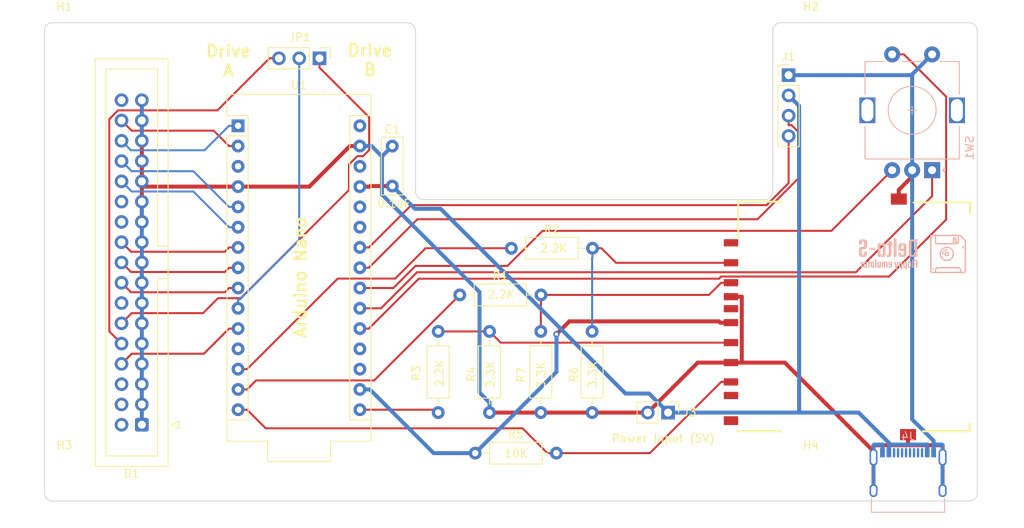
<source format=kicad_pcb>
(kicad_pcb (version 20221018) (generator pcbnew)
  (layers (0 "F.Cu" signal) (31 "B.Cu" signal) (34 "B.Paste" user) (35 "F.Paste" user) (36 "B.SilkS" user "B.Silkscreen") (37 "F.SilkS" user "F.Silkscreen") (38 "B.Mask" user) (39 "F.Mask" user) (44 "Edge.Cuts" user))
  (net 0 "")
  (net 1 "GND")
  (net 5 "Net-(D1-INDEX)")
  (net 6 "Net-(D1-MOTOR_0)")
  (net 7 "Net-(D1-DRIVE_SELECT_1)")
  (net 9 "Net-(D1-MOTOR_1)")
  (net 10 "Net-(D1-DIRECTION)")
  (net 11 "Net-(D1-STEP)")
  (net 14 "Net-(D1-TRACK)")
  (net 15 "Net-(D1-WRITE_PROTECT)")
  (net 16 "Net-(D1-READ_DATA)")
  (net 17 "Net-(D1-HEAD_SELECT)")
  (net 19 "Net-(J1-CD{slash}DAT3)")
  (net 20 "Net-(J1-CMD)")
  (net 21 "Net-(J1-CLK)")
  (net 22 "MISO")
  (net 23 "/5V")
  (net 24 "Net-(J2-Pin_3)")
  (net 25 "Net-(J2-Pin_4)")
  (net 26 "Net-(U1-A2{slash}D16)")
  (net 27 "Net-(U1-A3{slash}D17)")
  (net 28 "Net-(U1-A1{slash}D15)")
  (net 30 "Net-(JP1-C)")
  (net 32 "SS")
  (net 33 "MOSI")
  (net 34 "SCK")
  (net 41 "/3.3V")
  (footprint "Resistor_THT:R_Axial_DIN0207_L6.3mm_D2.5mm_P10.16mm_Horizontal" (layer "F.Cu") (at 171.8056 140.208 -90)
    (fp_text reference "R6" (at 5.392001 2.3056 -90) (layer "F.SilkS"))
    (fp_text value "3.3K" (at 5.392 -0.0944 -90) (layer "F.SilkS"))
    (pad "1" thru_hole circle (at 0 0 270) (size 1.6 1.6) (drill 0.8) (layers "*.Cu" "*.Mask") (net 19 "Net-(J1-CD{slash}DAT3)"))
    (pad "2" thru_hole oval (at 10.16 0 270) (size 1.6 1.6) (drill 0.8) (layers "*.Cu" "*.Mask") (net 1 "GND"))
  )
  (footprint "MountingHole:MountingHole_3.5mm" (layer "F.Cu") (at 105.7764 104.0492)
    (fp_text reference "H1" (at 0 -4.5) (layer "F.SilkS"))
    (fp_text value "MountingHole_3.5mm")
    (pad "" np_thru_hole circle (at 0 0) (size 3.5 3.5) (drill 3.5) (layers "*.Cu" "*.Mask"))
  )
  (footprint "MountingHole:MountingHole_3.5mm" (layer "F.Cu") (at 199.176 158.9424)
    (fp_text reference "H4" (at 0 -4.5) (layer "F.SilkS"))
    (fp_text value "MountingHole_3.5mm")
    (pad "" np_thru_hole circle (at 0 0) (size 3.5 3.5) (drill 3.5) (layers "*.Cu" "*.Mask"))
  )
  (footprint "Connector_PinHeader_2.54mm:PinHeader_1x04_P2.54mm_Vertical" (layer "F.Cu") (at 196.3928 108.1124)
    (fp_text reference "J1" (at 0 -2.33) (layer "F.SilkS"))
    (fp_text value "SCREEN OUTPUT")
    (pad "1" thru_hole rect (at 0 0) (size 1.7 1.7) (drill 1) (layers "*.Cu" "*.Mask") (net 1 "GND"))
    (pad "2" thru_hole oval (at 0 2.54) (size 1.7 1.7) (drill 1) (layers "*.Cu" "*.Mask") (net 23 "/5V"))
    (pad "3" thru_hole oval (at 0 5.08) (size 1.7 1.7) (drill 1) (layers "*.Cu" "*.Mask") (net 24 "Net-(J2-Pin_3)"))
    (pad "4" thru_hole oval (at 0 7.62) (size 1.7 1.7) (drill 1) (layers "*.Cu" "*.Mask") (net 25 "Net-(J2-Pin_4)"))
  )
  (footprint "Resistor_THT:R_Axial_DIN0207_L6.3mm_D2.5mm_P10.16mm_Horizontal" (layer "F.Cu") (at 155.2448 135.636)
    (fp_text reference "R1" (at 5.08 -2.37) (layer "F.SilkS"))
    (fp_text value "2.2K" (at 5.1552 -0.036) (layer "F.SilkS"))
    (pad "1" thru_hole circle (at 0 0) (size 1.6 1.6) (drill 0.8) (layers "*.Cu" "*.Mask") (net 33 "MOSI"))
    (pad "2" thru_hole oval (at 10.16 0) (size 1.6 1.6) (drill 0.8) (layers "*.Cu" "*.Mask") (net 20 "Net-(J1-CMD)"))
  )
  (footprint "Resistor_THT:R_Axial_DIN0207_L6.3mm_D2.5mm_P10.16mm_Horizontal" (layer "F.Cu") (at 152.5524 150.368 90)
    (fp_text reference "R3" (at 4.920399 -2.7524 90) (layer "F.SilkS"))
    (fp_text value "2.2K" (at 4.9204 0.1476 90) (layer "F.SilkS"))
    (pad "1" thru_hole circle (at 0 0 90) (size 1.6 1.6) (drill 0.8) (layers "*.Cu" "*.Mask") (net 34 "SCK"))
    (pad "2" thru_hole oval (at 10.16 0 90) (size 1.6 1.6) (drill 0.8) (layers "*.Cu" "*.Mask") (net 21 "Net-(J1-CLK)"))
  )
  (footprint "Resistor_THT:R_Axial_DIN0207_L6.3mm_D2.5mm_P10.16mm_Horizontal" (layer "F.Cu") (at 165.3879 140.208 -90)
    (fp_text reference "R7" (at 5.442801 2.4524 -90) (layer "F.SilkS"))
    (fp_text value "3.3K" (at 5.4428 -0.0476 -90) (layer "F.SilkS"))
    (pad "1" thru_hole circle (at 0 0 270) (size 1.6 1.6) (drill 0.8) (layers "*.Cu" "*.Mask") (net 20 "Net-(J1-CMD)"))
    (pad "2" thru_hole oval (at 10.16 0 270) (size 1.6 1.6) (drill 0.8) (layers "*.Cu" "*.Mask") (net 1 "GND"))
  )
  (footprint "MountingHole:MountingHole_3.5mm" (layer "F.Cu") (at 199.176 104.0492)
    (fp_text reference "H2" (at 0 -4.5) (layer "F.SilkS"))
    (fp_text value "MountingHole_3.5mm")
    (pad "" np_thru_hole circle (at 0 0) (size 3.5 3.5) (drill 3.5) (layers "*.Cu" "*.Mask"))
  )
  (footprint "Resistor_THT:R_Axial_DIN0207_L6.3mm_D2.5mm_P10.16mm_Horizontal" (layer "F.Cu") (at 158.9701 140.208 -90)
    (fp_text reference "R4" (at 5.341201 2.2976 -90) (layer "F.SilkS"))
    (fp_text value "3.3K" (at 5.3412 -0.1024 -90) (layer "F.SilkS"))
    (pad "1" thru_hole circle (at 0 0 270) (size 1.6 1.6) (drill 0.8) (layers "*.Cu" "*.Mask") (net 21 "Net-(J1-CLK)"))
    (pad "2" thru_hole oval (at 10.16 0 270) (size 1.6 1.6) (drill 0.8) (layers "*.Cu" "*.Mask") (net 1 "GND"))
  )
  (footprint "MountingHole:MountingHole_3.5mm" (layer "F.Cu") (at 105.7764 158.9424)
    (fp_text reference "H3" (at 0 -4.5) (layer "F.SilkS"))
    (fp_text value "MountingHole_3.5mm")
    (pad "" np_thru_hole circle (at 0 0) (size 3.5 3.5) (drill 3.5) (layers "*.Cu" "*.Mask"))
  )
  (footprint "delta_flop_pre:SDCARD_4UCONN" (layer "F.Cu") (at 190.1791 138.3792)
    (fp_text reference "J2" (at 0.54 -12.94) (layer "F.SilkS") (effects (font (size 0.376489 0.376489) (thickness 0.029911)) (justify left)))
    (fp_text value "SD_Card")
    (pad "" np_thru_hole circle (at 23.3 -11.94) (size 1.55 1.55) (drill 1.55) (layers "*.Cu" "*.Mask"))
    (pad "" np_thru_hole circle (at 23.3 12.32) (size 1.55 1.55) (drill 1.55) (layers "*.Cu" "*.Mask"))
    (pad "1" smd rect (at -1 -6.77) (size 1.8 0.9) (layers "F.Cu" "F.Paste" "F.Mask") (net 19 "Net-(J1-CD{slash}DAT3)"))
    (pad "2" smd rect (at -1 -4.27) (size 1.8 0.9) (layers "F.Cu" "F.Paste" "F.Mask") (net 20 "Net-(J1-CMD)"))
    (pad "3" smd rect (at -1 -2.52) (size 1.8 0.9) (layers "F.Cu" "F.Paste" "F.Mask") (net 1 "GND"))
    (pad "4" smd rect (at -1 0.73) (size 1.8 0.9) (layers "F.Cu" "F.Paste" "F.Mask") (net 41 "/3.3V"))
    (pad "5" smd rect (at -1 3.23) (size 1.8 0.9) (layers "F.Cu" "F.Paste" "F.Mask") (net 21 "Net-(J1-CLK)"))
    (pad "6" smd rect (at -1 5.73) (size 1.8 0.9) (layers "F.Cu" "F.Paste" "F.Mask") (net 1 "GND"))
    (pad "7" smd rect (at -1 8.15) (size 1.8 0.9) (layers "F.Cu" "F.Paste" "F.Mask") (net 22 "MISO"))
    (pad "8" smd rect (at -1 9.85) (size 1.8 0.9) (layers "F.Cu" "F.Paste" "F.Mask"))
    (pad "9" smd rect (at -1 -9.27) (size 1.8 0.9) (layers "F.Cu" "F.Paste" "F.Mask"))
    (pad "10" smd rect (at -1 -1.02) (size 1.8 0.9) (layers "F.Cu" "F.Paste" "F.Mask"))
    (pad "11" smd rect (at -1 13) (size 1.8 1.1) (layers "F.Cu" "F.Paste" "F.Mask"))
    (pad "12" smd rect (at 20 -14.75) (size 2 1.4) (layers "F.Cu" "F.Paste" "F.Mask") (net 1 "GND"))
    (pad "13" smd rect (at 21.15 14.75) (size 2 1.4) (layers "F.Cu" "F.Paste" "F.Mask") (net 1 "GND"))
  )
  (footprint "delta_flop_pre:Arduino_Nano" (layer "F.Cu") (at 127.508 114.4524)
    (fp_text reference "U1" (at 7.62 -5.08) (layer "F.SilkS"))
    (fp_text value "Arduino_Nano")
    (pad "1" thru_hole rect (at 0 0) (size 1.6 1.6) (drill 0.8) (layers "*.Cu" "*.Mask") (net 16 "Net-(D1-READ_DATA)"))
    (pad "2" thru_hole oval (at 0 2.54) (size 1.6 1.6) (drill 0.8) (layers "*.Cu" "*.Mask") (net 17 "Net-(D1-HEAD_SELECT)"))
    (pad "3" thru_hole oval (at 0 5.08) (size 1.6 1.6) (drill 0.8) (layers "*.Cu" "*.Mask"))
    (pad "4" thru_hole oval (at 0 7.62) (size 1.6 1.6) (drill 0.8) (layers "*.Cu" "*.Mask") (net 1 "GND"))
    (pad "5" thru_hole oval (at 0 10.16) (size 1.6 1.6) (drill 0.8) (layers "*.Cu" "*.Mask") (net 15 "Net-(D1-WRITE_PROTECT)"))
    (pad "6" thru_hole oval (at 0 12.7) (size 1.6 1.6) (drill 0.8) (layers "*.Cu" "*.Mask") (net 14 "Net-(D1-TRACK)"))
    (pad "7" thru_hole oval (at 0 15.24) (size 1.6 1.6) (drill 0.8) (layers "*.Cu" "*.Mask") (net 11 "Net-(D1-STEP)"))
    (pad "8" thru_hole oval (at 0 17.78) (size 1.6 1.6) (drill 0.8) (layers "*.Cu" "*.Mask") (net 10 "Net-(D1-DIRECTION)"))
    (pad "9" thru_hole oval (at 0 20.32) (size 1.6 1.6) (drill 0.8) (layers "*.Cu" "*.Mask") (net 9 "Net-(D1-MOTOR_1)"))
    (pad "10" thru_hole oval (at 0 22.86) (size 1.6 1.6) (drill 0.8) (layers "*.Cu" "*.Mask") (net 30 "Net-(JP1-C)"))
    (pad "11" thru_hole oval (at 0 25.4) (size 1.6 1.6) (drill 0.8) (layers "*.Cu" "*.Mask") (net 5 "Net-(D1-INDEX)"))
    (pad "12" thru_hole oval (at 0 27.94) (size 1.6 1.6) (drill 0.8) (layers "*.Cu" "*.Mask"))
    (pad "13" thru_hole oval (at 0 30.48) (size 1.6 1.6) (drill 0.8) (layers "*.Cu" "*.Mask") (net 32 "SS"))
    (pad "14" thru_hole oval (at 0 33.02) (size 1.6 1.6) (drill 0.8) (layers "*.Cu" "*.Mask") (net 33 "MOSI"))
    (pad "15" thru_hole oval (at 0 35.56) (size 1.6 1.6) (drill 0.8) (layers "*.Cu" "*.Mask") (net 22 "MISO"))
    (pad "16" thru_hole oval (at 15.24 35.56) (size 1.6 1.6) (drill 0.8) (layers "*.Cu" "*.Mask") (net 34 "SCK"))
    (pad "17" thru_hole oval (at 15.24 33.02) (size 1.6 1.6) (drill 0.8) (layers "*.Cu" "*.Mask") (net 41 "/3.3V"))
    (pad "18" thru_hole oval (at 15.24 30.48) (size 1.6 1.6) (drill 0.8) (layers "*.Cu" "*.Mask"))
    (pad "19" thru_hole oval (at 15.24 27.94) (size 1.6 1.6) (drill 0.8) (layers "*.Cu" "*.Mask"))
    (pad "20" thru_hole oval (at 15.24 25.4) (size 1.6 1.6) (drill 0.8) (layers "*.Cu" "*.Mask") (net 28 "Net-(U1-A1{slash}D15)"))
    (pad "21" thru_hole oval (at 15.24 22.86) (size 1.6 1.6) (drill 0.8) (layers "*.Cu" "*.Mask") (net 26 "Net-(U1-A2{slash}D16)"))
    (pad "22" thru_hole oval (at 15.24 20.32) (size 1.6 1.6) (drill 0.8) (layers "*.Cu" "*.Mask") (net 27 "Net-(U1-A3{slash}D17)"))
    (pad "23" thru_hole oval (at 15.24 17.78) (size 1.6 1.6) (drill 0.8) (layers "*.Cu" "*.Mask") (net 24 "Net-(J2-Pin_3)"))
    (pad "24" thru_hole oval (at 15.24 15.24) (size 1.6 1.6) (drill 0.8) (layers "*.Cu" "*.Mask") (net 25 "Net-(J2-Pin_4)"))
    (pad "25" thru_hole oval (at 15.24 12.7) (size 1.6 1.6) (drill 0.8) (layers "*.Cu" "*.Mask"))
    (pad "26" thru_hole oval (at 15.24 10.16) (size 1.6 1.6) (drill 0.8) (layers "*.Cu" "*.Mask"))
    (pad "27" thru_hole oval (at 15.24 7.62) (size 1.6 1.6) (drill 0.8) (layers "*.Cu" "*.Mask") (net 23 "/5V"))
    (pad "28" thru_hole oval (at 15.24 5.08) (size 1.6 1.6) (drill 0.8) (layers "*.Cu" "*.Mask"))
    (pad "29" thru_hole oval (at 15.24 2.54) (size 1.6 1.6) (drill 0.8) (layers "*.Cu" "*.Mask") (net 1 "GND"))
    (pad "30" thru_hole oval (at 15.24 0) (size 1.6 1.6) (drill 0.8) (layers "*.Cu" "*.Mask"))
  )
  (footprint "Resistor_THT:R_Axial_DIN0207_L6.3mm_D2.5mm_P10.16mm_Horizontal" (layer "F.Cu") (at 157.1752 155.448)
    (fp_text reference "R5" (at 5.08 -2.37) (layer "F.SilkS"))
    (fp_text value "10K" (at 5.1248 0.052) (layer "F.SilkS"))
    (pad "1" thru_hole circle (at 0 0) (size 1.6 1.6) (drill 0.8) (layers "*.Cu" "*.Mask") (net 41 "/3.3V"))
    (pad "2" thru_hole oval (at 10.16 0) (size 1.6 1.6) (drill 0.8) (layers "*.Cu" "*.Mask") (net 22 "MISO"))
  )
  (footprint "Capacitor_THT:C_Disc_D7.0mm_W2.5mm_P5.00mm" (layer "F.Cu") (at 146.8 122 90)
    (fp_text reference "C1" (at 7.1 0 180) (layer "F.SilkS"))
    (fp_text value "0.1uF" (at -2.2 0.2 180) (layer "F.SilkS"))
    (pad "1" thru_hole circle (at 0 0 90) (size 1.6 1.6) (drill 0.8) (layers "*.Cu" "*.Mask") (net 23 "/5V"))
    (pad "2" thru_hole circle (at 5 0 90) (size 1.6 1.6) (drill 0.8) (layers "*.Cu" "*.Mask") (net 1 "GND"))
  )
  (footprint "Connector_PinHeader_2.54mm:PinHeader_1x02_P2.54mm_Vertical" (layer "F.Cu") (at 181.3102 150.368 -90)
    (fp_text reference "J3" (at 0 -2.6924 -180) (layer "F.SilkS"))
    (fp_text value "Power Input (5V)" (at 3.232 0.6102 180) (layer "F.SilkS"))
    (pad "1" thru_hole rect (at 0 0 270) (size 1.7 1.7) (drill 1) (layers "*.Cu" "*.Mask") (net 23 "/5V"))
    (pad "2" thru_hole oval (at 0 2.54 270) (size 1.7 1.7) (drill 1) (layers "*.Cu" "*.Mask") (net 1 "GND"))
  )
  (footprint "Connector_PinHeader_2.54mm:PinHeader_1x03_P2.54mm_Vertical" (layer "F.Cu") (at 137.7 106 -90)
    (fp_text reference "JP1" (at -2.636 2.4752) (layer "F.SilkS"))
    (fp_text value "Jumper_3_Open")
    (pad "1" thru_hole rect (at 0 0 270) (size 1.7 1.7) (drill 1) (layers "*.Cu" "*.Mask") (net 7 "Net-(D1-DRIVE_SELECT_1)"))
    (pad "2" thru_hole oval (at 0 2.54 270) (size 1.7 1.7) (drill 1) (layers "*.Cu" "*.Mask") (net 30 "Net-(JP1-C)"))
    (pad "3" thru_hole oval (at 0 5.08 270) (size 1.7 1.7) (drill 1) (layers "*.Cu" "*.Mask") (net 6 "Net-(D1-MOTOR_0)"))
  )
  (footprint "Connector_IDC:IDC-Header_2x17_P2.54mm_Vertical" (layer "F.Cu") (at 115.4684 151.892 180)
    (fp_text reference "D1" (at 1.27 -6.1) (layer "F.SilkS"))
    (fp_text value "Floppy Connector")
    (pad "1" thru_hole roundrect (at 0 0 180) (size 1.7 1.7) (drill 1) (layers "*.Cu" "*.Mask") (roundrect_rratio 0.147059) (net 1 "GND"))
    (pad "2" thru_hole circle (at 2.54 0 180) (size 1.7 1.7) (drill 1) (layers "*.Cu" "*.Mask"))
    (pad "3" thru_hole circle (at 0 2.54 180) (size 1.7 1.7) (drill 1) (layers "*.Cu" "*.Mask") (net 1 "GND"))
    (pad "4" thru_hole circle (at 2.54 2.54 180) (size 1.7 1.7) (drill 1) (layers "*.Cu" "*.Mask"))
    (pad "5" thru_hole circle (at 0 5.08 180) (size 1.7 1.7) (drill 1) (layers "*.Cu" "*.Mask") (net 1 "GND"))
    (pad "6" thru_hole circle (at 2.54 5.08 180) (size 1.7 1.7) (drill 1) (layers "*.Cu" "*.Mask"))
    (pad "7" thru_hole circle (at 0 7.62 180) (size 1.7 1.7) (drill 1) (layers "*.Cu" "*.Mask") (net 1 "GND"))
    (pad "8" thru_hole circle (at 2.54 7.62 180) (size 1.7 1.7) (drill 1) (layers "*.Cu" "*.Mask") (net 5 "Net-(D1-INDEX)"))
    (pad "9" thru_hole circle (at 0 10.16 180) (size 1.7 1.7) (drill 1) (layers "*.Cu" "*.Mask") (net 1 "GND"))
    (pad "10" thru_hole circle (at 2.54 10.16 180) (size 1.7 1.7) (drill 1) (layers "*.Cu" "*.Mask") (net 6 "Net-(D1-MOTOR_0)"))
    (pad "11" thru_hole circle (at 0 12.7 180) (size 1.7 1.7) (drill 1) (layers "*.Cu" "*.Mask") (net 1 "GND"))
    (pad "12" thru_hole circle (at 2.54 12.7 180) (size 1.7 1.7) (drill 1) (layers "*.Cu" "*.Mask") (net 7 "Net-(D1-DRIVE_SELECT_1)"))
    (pad "13" thru_hole circle (at 0 15.24 180) (size 1.7 1.7) (drill 1) (layers "*.Cu" "*.Mask") (net 1 "GND"))
    (pad "14" thru_hole circle (at 2.54 15.24 180) (size 1.7 1.7) (drill 1) (layers "*.Cu" "*.Mask"))
    (pad "15" thru_hole circle (at 0 17.78 180) (size 1.7 1.7) (drill 1) (layers "*.Cu" "*.Mask") (net 1 "GND"))
    (pad "16" thru_hole circle (at 2.54 17.78 180) (size 1.7 1.7) (drill 1) (layers "*.Cu" "*.Mask") (net 9 "Net-(D1-MOTOR_1)"))
    (pad "17" thru_hole circle (at 0 20.32 180) (size 1.7 1.7) (drill 1) (layers "*.Cu" "*.Mask") (net 1 "GND"))
    (pad "18" thru_hole circle (at 2.54 20.32 180) (size 1.7 1.7) (drill 1) (layers "*.Cu" "*.Mask") (net 10 "Net-(D1-DIRECTION)"))
    (pad "19" thru_hole circle (at 0 22.86 180) (size 1.7 1.7) (drill 1) (layers "*.Cu" "*.Mask") (net 1 "GND"))
    (pad "20" thru_hole circle (at 2.54 22.86 180) (size 1.7 1.7) (drill 1) (layers "*.Cu" "*.Mask") (net 11 "Net-(D1-STEP)"))
    (pad "21" thru_hole circle (at 0 25.4 180) (size 1.7 1.7) (drill 1) (layers "*.Cu" "*.Mask") (net 1 "GND"))
    (pad "22" thru_hole circle (at 2.54 25.4 180) (size 1.7 1.7) (drill 1) (layers "*.Cu" "*.Mask"))
    (pad "23" thru_hole circle (at 0 27.94 180) (size 1.7 1.7) (drill 1) (layers "*.Cu" "*.Mask") (net 1 "GND"))
    (pad "24" thru_hole circle (at 2.54 27.94 180) (size 1.7 1.7) (drill 1) (layers "*.Cu" "*.Mask"))
    (pad "25" thru_hole circle (at 0 30.48 180) (size 1.7 1.7) (drill 1) (layers "*.Cu" "*.Mask") (net 1 "GND"))
    (pad "26" thru_hole circle (at 2.54 30.48 180) (size 1.7 1.7) (drill 1) (layers "*.Cu" "*.Mask") (net 14 "Net-(D1-TRACK)"))
    (pad "27" thru_hole circle (at 0 33.02 180) (size 1.7 1.7) (drill 1) (layers "*.Cu" "*.Mask") (net 1 "GND"))
    (pad "28" thru_hole circle (at 2.54 33.02 180) (size 1.7 1.7) (drill 1) (layers "*.Cu" "*.Mask") (net 15 "Net-(D1-WRITE_PROTECT)"))
    (pad "29" thru_hole circle (at 0 35.56 180) (size 1.7 1.7) (drill 1) (layers "*.Cu" "*.Mask") (net 1 "GND"))
    (pad "30" thru_hole circle (at 2.54 35.56 180) (size 1.7 1.7) (drill 1) (layers "*.Cu" "*.Mask") (net 16 "Net-(D1-READ_DATA)"))
    (pad "31" thru_hole circle (at 0 38.1 180) (size 1.7 1.7) (drill 1) (layers "*.Cu" "*.Mask") (net 1 "GND"))
    (pad "32" thru_hole circle (at 2.54 38.1 180) (size 1.7 1.7) (drill 1) (layers "*.Cu" "*.Mask") (net 17 "Net-(D1-HEAD_SELECT)"))
    (pad "33" thru_hole circle (at 0 40.64 180) (size 1.7 1.7) (drill 1) (layers "*.Cu" "*.Mask") (net 1 "GND"))
    (pad "34" thru_hole circle (at 2.54 40.64 180) (size 1.7 1.7) (drill 1) (layers "*.Cu" "*.Mask"))
  )
  (footprint "Resistor_THT:R_Axial_DIN0207_L6.3mm_D2.5mm_P10.16mm_Horizontal" (layer "F.Cu") (at 161.6964 129.794)
    (fp_text reference "R2" (at 5.08 -2.37) (layer "F.SilkS"))
    (fp_text value "2.2K" (at 5.3036 0.006) (layer "F.SilkS"))
    (pad "1" thru_hole circle (at 0 0) (size 1.6 1.6) (drill 0.8) (layers "*.Cu" "*.Mask") (net 32 "SS"))
    (pad "2" thru_hole oval (at 10.16 0) (size 1.6 1.6) (drill 0.8) (layers "*.Cu" "*.Mask") (net 19 "Net-(J1-CD{slash}DAT3)"))
  )
  (footprint "Rotary_Encoder:RotaryEncoder_Alps_EC11E-Switch_Vertical_H20mm" (layer "B.Cu") (at 214.3468 120.0116 90)
    (fp_text reference "SW1" (at 2.8 4.7 90) (layer "B.SilkS") (effects (justify mirror)))
    (fp_text value "RotaryEncoder_Switch")
    (pad "A" thru_hole rect (at 0 0 90) (size 2 2) (drill 1) (layers "*.Cu" "*.Mask") (net 26 "Net-(U1-A2{slash}D16)"))
    (pad "B" thru_hole circle (at 0 -5 90) (size 2 2) (drill 1) (layers "*.Cu" "*.Mask") (net 27 "Net-(U1-A3{slash}D17)"))
    (pad "C" thru_hole circle (at 0 -2.5 90) (size 2 2) (drill 1) (layers "*.Cu" "*.Mask") (net 1 "GND"))
    (pad "MP" thru_hole rect (at 7.5 -8.1 90) (size 3.2 2) (drill oval 2.8 1.5) (layers "*.Cu" "*.Mask"))
    (pad "MP" thru_hole rect (at 7.5 3.1 90) (size 3.2 2) (drill oval 2.8 1.5) (layers "*.Cu" "*.Mask"))
    (pad "S1" thru_hole circle (at 14.5 -5 90) (size 2 2) (drill 1) (layers "*.Cu" "*.Mask") (net 28 "Net-(U1-A1{slash}D15)"))
    (pad "S2" thru_hole circle (at 14.5 0 90) (size 2 2) (drill 1) (layers "*.Cu" "*.Mask") (net 1 "GND"))
  )
  (footprint "delta_flop_pre:USB_C_Receptacle_XKB_U262-16XN-4BVC11" (layer "B.Cu") (at 211.3336 159.069 180)
    (fp_text reference "J4" (at 0 5.715) (layer "B.SilkS") (effects (justify mirror)))
    (fp_text value "USB_C_Receptacle_PowerOnly_6P")
    (pad "" np_thru_hole circle (at -2.89 2.605 180) (size 0.65 0.65) (drill 0.65) (layers "*.Cu" "*.Mask"))
    (pad "" np_thru_hole circle (at 2.89 2.605 180) (size 0.65 0.65) (drill 0.65) (layers "*.Cu" "*.Mask"))
    (pad "A5" smd rect (at -1.25 3.67 180) (size 0.3 1.15) (layers "B.Cu" "B.Paste" "B.Mask"))
    (pad "A6" smd rect (at -0.25 3.67 180) (size 0.3 1.15) (layers "B.Cu" "B.Paste" "B.Mask"))
    (pad "A7" smd rect (at 0.25 3.67 180) (size 0.3 1.15) (layers "B.Cu" "B.Paste" "B.Mask"))
    (pad "A8" smd rect (at 1.25 3.67 180) (size 0.3 1.15) (layers "B.Cu" "B.Paste" "B.Mask"))
    (pad "A9" smd rect (at 2.4 3.67 180) (size 0.6 1.15) (layers "B.Cu" "B.Paste" "B.Mask") (net 23 "/5V"))
    (pad "A12" smd rect (at 3.2 3.67 180) (size 0.6 1.15) (layers "B.Cu" "B.Paste" "B.Mask") (net 1 "GND"))
    (pad "B5" smd rect (at 1.75 3.67 180) (size 0.3 1.15) (layers "B.Cu" "B.Paste" "B.Mask"))
    (pad "B6" smd rect (at 0.75 3.67 180) (size 0.3 1.15) (layers "B.Cu" "B.Paste" "B.Mask"))
    (pad "B7" smd rect (at -0.75 3.67 180) (size 0.3 1.15) (layers "B.Cu" "B.Paste" "B.Mask"))
    (pad "B8" smd rect (at -1.75 3.67 180) (size 0.3 1.15) (layers "B.Cu" "B.Paste" "B.Mask"))
    (pad "B9" smd rect (at -2.4 3.67 180) (size 0.6 1.15) (layers "B.Cu" "B.Paste" "B.Mask") (net 23 "/5V"))
    (pad "B12" smd rect (at -3.2 3.67 180) (size 0.6 1.15) (layers "B.Cu" "B.Paste" "B.Mask") (net 1 "GND"))
    (pad "S1" thru_hole oval (at -4.32 -1.075 180) (size 1 1.6) (drill oval 0.6 1.2) (layers "*.Cu" "*.Mask") (net 1 "GND"))
    (pad "S1" thru_hole oval (at -4.32 3.105 180) (size 1 2.1) (drill oval 0.6 1.7) (layers "*.Cu" "*.Mask") (net 1 "GND"))
    (pad "S1" thru_hole oval (at 4.32 -1.075 180) (size 1 1.6) (drill oval 0.6 1.2) (layers "*.Cu" "*.Mask") (net 1 "GND"))
    (pad "S1" thru_hole oval (at 4.32 3.105 180) (size 1 2.1) (drill oval 0.6 1.7) (layers "*.Cu" "*.Mask") (net 1 "GND"))
  )
  (footprint "delta_flop_pre:logo2" (layer "B.Cu") (at 211.569056 130.5 180)
    (fp_text reference "G***")
    (fp_text value "LOGO" hide)
  )
  (gr_arc (start 103.2764 102.5492) (mid 103.569293 101.842093) (end 104.2764 101.5492) (stroke (width 0.1)) (layer "Edge.Cuts"))
  (gr_arc (start 148.7076 101.5492) (mid 149.414707 101.842093) (end 149.7076 102.5492) (stroke (width 0.1)) (layer "Edge.Cuts"))
  (gr_arc (start 104.2764 161.4424) (mid 103.569293 161.149507) (end 103.2764 160.4424) (stroke (width 0.1)) (layer "Edge.Cuts"))
  (gr_line (start 194.4116 122.698) (end 194.4116 102.5492) (stroke (width 0.1)) (layer "Edge.Cuts"))
  (gr_arc (start 219 101.5492) (mid 219.707107 101.842093) (end 220 102.5492) (stroke (width 0.1)) (layer "Edge.Cuts"))
  (gr_line (start 220 102.5492) (end 220 160.4424) (stroke (width 0.1)) (layer "Edge.Cuts"))
  (gr_arc (start 194.4116 102.5492) (mid 194.704493 101.842093) (end 195.4116 101.5492) (stroke (width 0.1)) (layer "Edge.Cuts"))
  (gr_line (start 103.2764 160.4424) (end 103.2764 102.5492) (stroke (width 0.1)) (layer "Edge.Cuts"))
  (gr_line (start 195.4116 101.5492) (end 219 101.5492) (stroke (width 0.1)) (layer "Edge.Cuts"))
  (gr_arc (start 194.4116 122.698) (mid 194.118707 123.405107) (end 193.4116 123.698) (stroke (width 0.1)) (layer "Edge.Cuts"))
  (gr_arc (start 220 160.4424) (mid 219.707107 161.149507) (end 219 161.4424) (stroke (width 0.1)) (layer "Edge.Cuts"))
  (gr_arc (start 150.7076 123.698) (mid 150.000493 123.405107) (end 149.7076 122.698) (stroke (width 0.1)) (layer "Edge.Cuts"))
  (gr_line (start 219 161.4424) (end 104.2764 161.4424) (stroke (width 0.1)) (layer "Edge.Cuts"))
  (gr_line (start 104.2764 101.5492) (end 148.7076 101.5492) (stroke (width 0.1)) (layer "Edge.Cuts"))
  (gr_line (start 150.7076 123.698) (end 193.4116 123.698) (stroke (width 0.1)) (layer "Edge.Cuts"))
  (gr_line (start 149.7076 102.5492) (end 149.7076 122.698) (stroke (width 0.1)) (layer "Edge.Cuts"))
  (gr_text "Arduino Nano" (at 135.3 133.4 90) (layer "F.SilkS") (effects (font (size 1.5 1.5) (thickness 0.3) bold)))
  (gr_text "Drive\nB" (at 144 108.3) (layer "F.SilkS") (effects (font (size 1.5 1.5) (thickness 0.3) bold) (justify bottom)))
  (gr_text "Drive\nA" (at 126.3 108.4) (layer "F.SilkS") (effects (font (size 1.5 1.5) (thickness 0.3) bold) (justify bottom)))
  (segment (start 171.8056 150.368) (end 173.0575 150.368) (width 0.5) (layer "F.Cu") (net 1))
  (segment (start 165.3879 150.368) (end 171.8056 150.368) (width 0.5) (layer "F.Cu") (net 1))
  (segment (start 136.4161 122.0724) (end 127.508 122.0724) (width 0.5) (layer "F.Cu") (net 1))
  (segment (start 190.531 144.1092) (end 190.531 135.8592) (width 0.5) (layer "F.Cu") (net 1))
  (segment (start 142.748 116.9924) (end 141.4961 116.9924) (width 0.5) (layer "F.Cu") (net 1))
  (segment (start 211.8468 120.8096) (end 210.1791 122.4773) (width 0.5) (layer "F.Cu") (net 1))
  (segment (start 141.4961 116.9924) (end 136.4161 122.0724) (width 0.5) (layer "F.Cu") (net 1))
  (segment (start 115.4684 122.0724) (end 115.4684 123.952) (width 0.5) (layer "F.Cu") (net 1))
  (segment (start 190.531 144.1092) (end 189.1791 144.1092) (width 0.5) (layer "F.Cu") (net 1))
  (segment (start 185.029 144.1092) (end 178.7702 150.368) (width 0.5) (layer "F.Cu") (net 1))
  (segment (start 207.0136 155.213) (end 195.9098 144.1092) (width 0.5) (layer "F.Cu") (net 1))
  (segment (start 178.7702 150.368) (end 173.0575 150.368) (width 0.5) (layer "F.Cu") (net 1))
  (segment (start 189.1791 135.8592) (end 190.531 135.8592) (width 0.5) (layer "F.Cu") (net 1))
  (segment (start 195.9098 144.1092) (end 190.531 144.1092) (width 0.5) (layer "F.Cu") (net 1))
  (segment (start 215.6536 154.4621) (end 211.5101 154.4621) (width 0.5) (layer "F.Cu") (net 1))
  (segment (start 211.8468 120.0116) (end 211.8468 120.8096) (width 0.5) (layer "F.Cu") (net 1))
  (segment (start 165.3879 150.368) (end 158.9701 150.368) (width 0.5) (layer "F.Cu") (net 1))
  (segment (start 211.3291 153.1292) (end 211.3291 154.2811) (width 0.5) (layer "F.Cu") (net 1))
  (segment (start 115.4684 122.0724) (end 126.2561 122.0724) (width 0.5) (layer "F.Cu") (net 1))
  (segment (start 210.1791 123.6292) (end 210.1791 122.4773) (width 0.5) (layer "F.Cu") (net 1))
  (segment (start 207.0136 154.4621) (end 211.1481 154.4621) (width 0.5) (layer "F.Cu") (net 1))
  (segment (start 215.6536 155.964) (end 215.6536 154.4621) (width 0.5) (layer "F.Cu") (net 1))
  (segment (start 189.1791 144.1092) (end 185.029 144.1092) (width 0.5) (layer "F.Cu") (net 1))
  (segment (start 211.5101 154.4621) (end 211.3291 154.2811) (width 0.5) (layer "F.Cu") (net 1))
  (segment (start 115.4684 121.412) (end 115.4684 122.0724) (width 0.5) (layer "F.Cu") (net 1))
  (segment (start 207.0136 155.213) (end 207.0136 154.4621) (width 0.5) (layer "F.Cu") (net 1))
  (segment (start 207.0136 155.964) (end 207.0136 155.213) (width 0.5) (layer "F.Cu") (net 1))
  (segment (start 211.1481 154.4621) (end 211.3291 154.2811) (width 0.5) (layer "F.Cu") (net 1))
  (segment (start 115.4684 116.332) (end 115.4684 118.872) (width 0.5) (layer "F.Cu") (net 1))
  (segment (start 127.508 122.0724) (end 126.2561 122.0724) (width 0.5) (layer "F.Cu") (net 1))
  (segment (start 115.4684 118.872) (end 115.4684 121.412) (width 0.5) (layer "F.Cu") (net 1))
  (segment (start 214.5336 155.399) (end 214.5336 154.3721) (width 0.5) (layer "B.Cu") (net 1))
  (segment (start 211.8468 151.2199) (end 211.8468 120.0116) (width 0.5) (layer "B.Cu") (net 1))
  (segment (start 145.5112 118.2888) (end 146.8 117) (width 0.5) (layer "B.Cu") (net 1))
  (segment (start 211.8468 108.0116) (end 214.3468 105.5116) (width 0.5) (layer "B.Cu") (net 1))
  (segment (start 115.4684 126.492) (end 115.4684 129.032) (width 0.5) (layer "B.Cu") (net 1))
  (segment (start 115.4684 149.352) (end 115.4684 151.892) (width 0.5) (layer "B.Cu") (net 1))
  (segment (start 215.6536 155.964) (end 215.6536 154.4621) (width 0.5) (layer "B.Cu") (net 1))
  (segment (start 207.0136 155.964) (end 207.0136 154.4621) (width 0.5) (layer "B.Cu") (net 1))
  (segment (start 115.4684 139.192) (end 115.4684 141.732) (width 0.5) (layer "B.Cu") (net 1))
  (segment (start 196.3928 108.1124) (end 197.6947 108.1124) (width 0.5) (layer "B.Cu") (net 1))
  (segment (start 158.9701 149.1161) (end 157.7182 147.8642) (width 0.5) (layer "B.Cu") (net 1))
  (segment (start 157.7182 135.2742) (end 145.5112 123.0672) (width 0.5) (layer "B.Cu") (net 1))
  (segment (start 115.4684 146.812) (end 115.4684 149.352) (width 0.5) (layer "B.Cu") (net 1))
  (segment (start 211.8468 108.1124) (end 197.6947 108.1124) (width 0.5) (layer "B.Cu") (net 1))
  (segment (start 115.4684 136.652) (end 115.4684 139.192) (width 0.5) (layer "B.Cu") (net 1))
  (segment (start 115.4684 111.252) (end 115.4684 113.792) (width 0.5) (layer "B.Cu") (net 1))
  (segment (start 215.6536 154.4621) (end 215.5636 154.3721) (width 0.5) (layer "B.Cu") (net 1))
  (segment (start 145.5112 123.0672) (end 145.5112 118.2888) (width 0.5) (layer "B.Cu") (net 1))
  (segment (start 208.1336 155.399) (end 208.1336 154.3721) (width 0.5) (layer "B.Cu") (net 1))
  (segment (start 211.8468 120.0116) (end 211.8468 108.1124) (width 0.5) (layer "B.Cu") (net 1))
  (segment (start 115.4684 131.572) (end 115.4684 134.112) (width 0.5) (layer "B.Cu") (net 1))
  (segment (start 158.9701 150.368) (end 158.9701 149.1161) (width 0.5) (layer "B.Cu") (net 1))
  (segment (start 215.6536 160.144) (end 215.6536 155.964) (width 0.5) (layer "B.Cu") (net 1))
  (segment (start 207.0136 160.144) (end 207.0136 155.964) (width 0.5) (layer "B.Cu") (net 1))
  (segment (start 207.0136 154.4621) (end 207.1036 154.3721) (width 0.5) (layer "B.Cu") (net 1))
  (segment (start 214.5336 153.9067) (end 211.8468 151.2199) (width 0.5) (layer "B.Cu") (net 1))
  (segment (start 215.5636 154.3721) (end 214.5336 154.3721) (width 0.5) (layer "B.Cu") (net 1))
  (segment (start 207.1036 154.3721) (end 208.1336 154.3721) (width 0.5) (layer "B.Cu") (net 1))
  (segment (start 115.4684 141.732) (end 115.4684 144.272) (width 0.5) (layer "B.Cu") (net 1))
  (segment (start 115.4684 134.112) (end 115.4684 136.652) (width 0.5) (layer "B.Cu") (net 1))
  (segment (start 145.5112 118.2888) (end 144.2148 116.9924) (width 0.5) (layer "B.Cu") (net 1))
  (segment (start 157.7182 147.8642) (end 157.7182 135.2742) (width 0.5) (layer "B.Cu") (net 1))
  (segment (start 115.4684 113.792) (end 115.4684 116.332) (width 0.5) (layer "B.Cu") (net 1))
  (segment (start 115.4684 144.272) (end 115.4684 146.812) (width 0.5) (layer "B.Cu") (net 1))
  (segment (start 115.4684 129.032) (end 115.4684 131.572) (width 0.5) (layer "B.Cu") (net 1))
  (segment (start 211.8468 108.1124) (end 211.8468 108.0116) (width 0.5) (layer "B.Cu") (net 1))
  (segment (start 115.4684 123.952) (end 115.4684 126.492) (width 0.5) (layer "B.Cu") (net 1))
  (segment (start 144.2148 116.9924) (end 142.748 116.9924) (width 0.5) (layer "B.Cu") (net 1))
  (segment (start 214.5336 154.3721) (end 214.5336 153.9067) (width 0.5) (layer "B.Cu") (net 1))
  (segment (start 114.1984 143.002) (end 123.2315 143.002) (width 0.25) (layer "F.Cu") (net 5))
  (segment (start 123.2315 143.002) (end 126.3811 139.8524) (width 0.25) (layer "F.Cu") (net 5))
  (segment (start 127.508 139.8524) (end 126.3811 139.8524) (width 0.25) (layer "F.Cu") (net 5))
  (segment (start 112.9284 144.272) (end 114.1984 143.002) (width 0.25) (layer "F.Cu") (net 5))
  (segment (start 111.4 113.6174) (end 112.4954 112.522) (width 0.25) (layer "F.Cu") (net 6))
  (segment (start 112.4954 112.522) (end 124.9211 112.522) (width 0.25) (layer "F.Cu") (net 6))
  (segment (start 112.9284 141.732) (end 111.4 140.2036) (width 0.25) (layer "F.Cu") (net 6))
  (segment (start 131.4431 106) (end 132.62 106) (width 0.25) (layer "F.Cu") (net 6))
  (segment (start 124.9211 112.522) (end 131.4431 106) (width 0.25) (layer "F.Cu") (net 6))
  (segment (start 111.4 140.2036) (end 111.4 113.6174) (width 0.25) (layer "F.Cu") (net 6))
  (segment (start 142.4205 118.2624) (end 143.141 118.2624) (width 0.25) (layer "F.Cu") (net 7))
  (segment (start 143.9072 117.4962) (end 143.9072 113.3841) (width 0.25) (layer "F.Cu") (net 7))
  (segment (start 143.141 118.2624) (end 143.9072 117.4962) (width 0.25) (layer "F.Cu") (net 7))
  (segment (start 141.3826 119.3003) (end 142.4205 118.2624) (width 0.25) (layer "F.Cu") (net 7))
  (segment (start 125.0012 136.0424) (end 127.8389 136.0424) (width 0.25) (layer "F.Cu") (net 7))
  (segment (start 137.7 106) (end 137.7 107.1769) (width 0.25) (layer "F.Cu") (net 7))
  (segment (start 114.1984 137.922) (end 123.1216 137.922) (width 0.25) (layer "F.Cu") (net 7))
  (segment (start 123.1216 137.922) (end 125.0012 136.0424) (width 0.25) (layer "F.Cu") (net 7))
  (segment (start 112.9284 139.192) (end 114.1984 137.922) (width 0.25) (layer "F.Cu") (net 7))
  (segment (start 143.9072 113.3841) (end 137.7 107.1769) (width 0.25) (layer "F.Cu") (net 7))
  (segment (start 141.3826 122.4987) (end 141.3826 119.3003) (width 0.25) (layer "F.Cu") (net 7))
  (segment (start 127.8389 136.0424) (end 141.3826 122.4987) (width 0.25) (layer "F.Cu") (net 7))
  (segment (start 112.9284 134.112) (end 114.1222 135.3058) (width 0.25) (layer "F.Cu") (net 9))
  (segment (start 127.508 134.7724) (end 126.3811 134.7724) (width 0.25) (layer "F.Cu") (net 9))
  (segment (start 125.8477 135.3058) (end 126.3811 134.7724) (width 0.25) (layer "F.Cu") (net 9))
  (segment (start 114.1222 135.3058) (end 125.8477 135.3058) (width 0.25) (layer "F.Cu") (net 9))
  (segment (start 112.9284 131.572) (end 114.1222 132.7658) (width 0.25) (layer "F.Cu") (net 10))
  (segment (start 127.508 132.2324) (end 126.3811 132.2324) (width 0.25) (layer "F.Cu") (net 10))
  (segment (start 114.1222 132.7658) (end 125.8477 132.7658) (width 0.25) (layer "F.Cu") (net 10))
  (segment (start 125.8477 132.7658) (end 126.3811 132.2324) (width 0.25) (layer "F.Cu") (net 10))
  (segment (start 125.8477 130.2258) (end 126.3811 129.6924) (width 0.25) (layer "F.Cu") (net 11))
  (segment (start 114.1222 130.2258) (end 125.8477 130.2258) (width 0.25) (layer "F.Cu") (net 11))
  (segment (start 127.508 129.6924) (end 126.3811 129.6924) (width 0.25) (layer "F.Cu") (net 11))
  (segment (start 112.9284 129.032) (end 114.1222 130.2258) (width 0.25) (layer "F.Cu") (net 11))
  (segment (start 112.9284 121.412) (end 114.1984 122.682) (width 0.25) (layer "B.Cu") (net 14))
  (segment (start 121.9107 122.682) (end 126.3811 127.1524) (width 0.25) (layer "B.Cu") (net 14))
  (segment (start 114.1984 122.682) (end 121.9107 122.682) (width 0.25) (layer "B.Cu") (net 14))
  (segment (start 127.508 127.1524) (end 126.3811 127.1524) (width 0.25) (layer "B.Cu") (net 14))
  (segment (start 114.1984 120.142) (end 121.9107 120.142) (width 0.25) (layer "B.Cu") (net 15))
  (segment (start 112.9284 118.872) (end 114.1984 120.142) (width 0.25) (layer "B.Cu") (net 15))
  (segment (start 127.508 124.6124) (end 126.3811 124.6124) (width 0.25) (layer "B.Cu") (net 15))
  (segment (start 121.9107 120.142) (end 126.3811 124.6124) (width 0.25) (layer "B.Cu") (net 15))
  (segment (start 127.508 114.4524) (end 126.3811 114.4524) (width 0.25) (layer "B.Cu") (net 16))
  (segment (start 123.3109 117.5226) (end 126.3811 114.4524) (width 0.25) (layer "B.Cu") (net 16))
  (segment (start 112.9284 116.332) (end 114.119 117.5226) (width 0.25) (layer "B.Cu") (net 16))
  (segment (start 114.119 117.5226) (end 123.3109 117.5226) (width 0.25) (layer "B.Cu") (net 16))
  (segment (start 124.4507 115.062) (end 126.3811 116.9924) (width 0.25) (layer "F.Cu") (net 17))
  (segment (start 114.1984 115.062) (end 124.4507 115.062) (width 0.25) (layer "F.Cu") (net 17))
  (segment (start 127.508 116.9924) (end 126.3811 116.9924) (width 0.25) (layer "F.Cu") (net 17))
  (segment (start 112.9284 113.792) (end 114.1984 115.062) (width 0.25) (layer "F.Cu") (net 17))
  (segment (start 171.8564 129.794) (end 172.9833 129.794) (width 0.25) (layer "F.Cu") (net 19))
  (segment (start 189.1791 131.6092) (end 174.7985 131.6092) (width 0.25) (layer "F.Cu") (net 19))
  (segment (start 174.7985 131.6092) (end 172.9833 129.794) (width 0.25) (layer "F.Cu") (net 19))
  (segment (start 171.8564 129.794) (end 171.8564 130.9209) (width 0.25) (layer "B.Cu") (net 19))
  (segment (start 171.8564 130.9209) (end 171.8056 130.9717) (width 0.25) (layer "B.Cu") (net 19))
  (segment (start 171.8056 130.9717) (end 171.8056 140.208) (width 0.25) (layer "B.Cu") (net 19))
  (segment (start 189.1791 134.1092) (end 187.9522 134.1092) (width 0.25) (layer "F.Cu") (net 20))
  (segment (start 165.3879 140.208) (end 165.3879 136.7798) (width 0.25) (layer "F.Cu") (net 20))
  (segment (start 165.4048 135.636) (end 165.4048 136.7629) (width 0.25) (layer "F.Cu") (net 20))
  (segment (start 186.4254 135.636) (end 165.4048 135.636) (width 0.25) (layer "F.Cu") (net 20))
  (segment (start 187.9522 134.1092) (end 186.4254 135.636) (width 0.25) (layer "F.Cu") (net 20))
  (segment (start 165.3879 136.7798) (end 165.4048 136.7629) (width 0.25) (layer "F.Cu") (net 20))
  (segment (start 152.5524 140.208) (end 153.6793 140.208) (width 0.25) (layer "F.Cu") (net 21))
  (segment (start 158.9701 140.208) (end 153.6793 140.208) (width 0.25) (layer "F.Cu") (net 21))
  (segment (start 160.3713 141.6092) (end 158.9701 140.208) (width 0.25) (layer "F.Cu") (net 21))
  (segment (start 189.1791 141.6092) (end 160.3713 141.6092) (width 0.25) (layer "F.Cu") (net 21))
  (segment (start 127.508 150.0124) (end 128.6349 150.0124) (width 0.25) (layer "F.Cu") (net 22))
  (segment (start 189.1791 146.5292) (end 187.9522 146.5292) (width 0.25) (layer "F.Cu") (net 22))
  (segment (start 179.0334 155.448) (end 167.3352 155.448) (width 0.25) (layer "F.Cu") (net 22))
  (segment (start 163.1011 152.3408) (end 166.2083 155.448) (width 0.25) (layer "F.Cu") (net 22))
  (segment (start 187.9522 146.5292) (end 179.0334 155.448) (width 0.25) (layer "F.Cu") (net 22))
  (segment (start 130.9633 152.3408) (end 163.1011 152.3408) (width 0.25) (layer "F.Cu") (net 22))
  (segment (start 128.6349 150.0124) (end 130.9633 152.3408) (width 0.25) (layer "F.Cu") (net 22))
  (segment (start 167.3352 155.448) (end 166.2083 155.448) (width 0.25) (layer "F.Cu") (net 22))
  (segment (start 142.748 122.0724) (end 143.9999 122.0724) (width 0.5) (layer "F.Cu") (net 23))
  (segment (start 144.0723 122) (end 143.9999 122.0724) (width 0.5) (layer "F.Cu") (net 23))
  (segment (start 146.8 122) (end 144.0723 122) (width 0.5) (layer "F.Cu") (net 23))
  (segment (start 196.3928 110.6524) (end 197.7028 111.9624) (width 0.5) (layer "B.Cu") (net 23))
  (segment (start 175.9787 147.9825) (end 152.8474 124.8512) (width 0.5) (layer "B.Cu") (net 23))
  (segment (start 181.3102 150.368) (end 178.9247 147.9825) (width 0.5) (layer "B.Cu") (net 23))
  (segment (start 178.9247 147.9825) (end 175.9787 147.9825) (width 0.5) (layer "B.Cu") (net 23))
  (segment (start 197.7028 150.368) (end 181.3102 150.368) (width 0.5) (layer "B.Cu") (net 23))
  (segment (start 197.7028 111.9624) (end 197.7028 150.368) (width 0.5) (layer "B.Cu") (net 23))
  (segment (start 205.1545 150.368) (end 197.7028 150.368) (width 0.5) (layer "B.Cu") (net 23))
  (segment (start 213.7336 154.3721) (end 208.9336 154.3721) (width 0.5) (layer "B.Cu") (net 23))
  (segment (start 149.6512 124.8512) (end 146.8 122) (width 0.5) (layer "B.Cu") (net 23))
  (segment (start 152.8474 124.8512) (end 149.6512 124.8512) (width 0.5) (layer "B.Cu") (net 23))
  (segment (start 208.9336 155.399) (end 208.9336 154.3721) (width 0.5) (layer "B.Cu") (net 23))
  (segment (start 213.7336 155.399) (end 213.7336 154.3721) (width 0.5) (layer "B.Cu") (net 23))
  (segment (start 208.9336 154.3721) (end 208.9336 154.1471) (width 0.5) (layer "B.Cu") (net 23))
  (segment (start 208.9336 154.1471) (end 205.1545 150.368) (width 0.5) (layer "B.Cu") (net 23))
  (segment (start 142.748 132.2324) (end 143.8749 132.2324) (width 0.25) (layer "F.Cu") (net 24))
  (segment (start 197.5868 121.0715) (end 197.5868 115.1975) (width 0.25) (layer "F.Cu") (net 24))
  (segment (start 196.3928 113.1924) (end 196.3928 114.3693) (width 0.25) (layer "F.Cu") (net 24))
  (segment (start 143.8749 132.2324) (end 149.9489 126.1584) (width 0.25) (layer "F.Cu") (net 24))
  (segment (start 197.5868 115.1975) (end 196.7586 114.3693) (width 0.25) (layer "F.Cu") (net 24))
  (segment (start 196.7586 114.3693) (end 196.3928 114.3693) (width 0.25) (layer "F.Cu") (net 24))
  (segment (start 149.9489 126.1584) (end 192.4999 126.1584) (width 0.25) (layer "F.Cu") (net 24))
  (segment (start 192.4999 126.1584) (end 197.5868 121.0715) (width 0.25) (layer "F.Cu") (net 24))
  (segment (start 196.3928 115.7324) (end 196.3928 116.9093) (width 0.25) (layer "F.Cu") (net 25))
  (segment (start 196.3928 121.6264) (end 193.6293 124.3899) (width 0.25) (layer "F.Cu") (net 25))
  (segment (start 193.6293 124.3899) (end 149.1774 124.3899) (width 0.25) (layer "F.Cu") (net 25))
  (segment (start 149.1774 124.3899) (end 143.8749 129.6924) (width 0.25) (layer "F.Cu") (net 25))
  (segment (start 142.748 129.6924) (end 143.8749 129.6924) (width 0.25) (layer "F.Cu") (net 25))
  (segment (start 196.3928 116.9093) (end 196.3928 121.6264) (width 0.25) (layer "F.Cu") (net 25))
  (segment (start 149.9 132.8) (end 204.8 132.8) (width 0.25) (layer "F.Cu") (net 26))
  (segment (start 214.3468 123.2532) (end 214.3468 120.0116) (width 0.25) (layer "F.Cu") (net 26))
  (segment (start 204.8 132.8) (end 214.3468 123.2532) (width 0.25) (layer "F.Cu") (net 26))
  (segment (start 142.748 137.3124) (end 145.3876 137.3124) (width 0.25) (layer "F.Cu") (net 26))
  (segment (start 145.3876 137.3124) (end 149.9 132.8) (width 0.25) (layer "F.Cu") (net 26))
  (segment (start 142.748 134.7724) (end 146.9392 134.7724) (width 0.25) (layer "F.Cu") (net 27))
  (segment (start 201.75 127.6084) (end 209.3468 120.0116) (width 0.25) (layer "F.Cu") (net 27))
  (segment (start 149.7107 132.0009) (end 161.2175 132.0009) (width 0.25) (layer "F.Cu") (net 27))
  (segment (start 161.2175 132.0009) (end 165.61 127.6084) (width 0.25) (layer "F.Cu") (net 27))
  (segment (start 165.61 127.6084) (end 201.75 127.6084) (width 0.25) (layer "F.Cu") (net 27))
  (segment (start 146.9392 134.7724) (end 149.7107 132.0009) (width 0.25) (layer "F.Cu") (net 27))
  (segment (start 187.6883 133.6) (end 187.9541 133.3342) (width 0.25) (layer "F.Cu") (net 28))
  (segment (start 216.1 110.8) (end 210.8116 105.5116) (width 0.25) (layer "F.Cu") (net 28))
  (segment (start 187.9541 133.3342) (end 208.9658 133.3342) (width 0.25) (layer "F.Cu") (net 28))
  (segment (start 208.9658 133.3342) (end 216.1 126.2) (width 0.25) (layer "F.Cu") (net 28))
  (segment (start 143.8749 139.8524) (end 150.1273 133.6) (width 0.25) (layer "F.Cu") (net 28))
  (segment (start 142.748 139.8524) (end 143.8749 139.8524) (width 0.25) (layer "F.Cu") (net 28))
  (segment (start 210.8116 105.5116) (end 209.3468 105.5116) (width 0.25) (layer "F.Cu") (net 28))
  (segment (start 150.1273 133.6) (end 187.6883 133.6) (width 0.25) (layer "F.Cu") (net 28))
  (segment (start 216.1 126.2) (end 216.1 110.8) (width 0.25) (layer "F.Cu") (net 28))
  (segment (start 135.16 106) (end 135.16 128.767) (width 0.25) (layer "B.Cu") (net 30))
  (segment (start 127.508 137.3124) (end 127.508 136.1855) (width 0.25) (layer "B.Cu") (net 30))
  (segment (start 135.16 128.767) (end 127.7415 136.1855) (width 0.25) (layer "B.Cu") (net 30))
  (segment (start 127.7415 136.1855) (end 127.508 136.1855) (width 0.25) (layer "B.Cu") (net 30))
  (segment (start 128.6349 144.9324) (end 139.9788 133.5885) (width 0.25) (layer "F.Cu") (net 32))
  (segment (start 147.1658 133.5885) (end 150.9603 129.794) (width 0.25) (layer "F.Cu") (net 32))
  (segment (start 127.508 144.9324) (end 128.6349 144.9324) (width 0.25) (layer "F.Cu") (net 32))
  (segment (start 139.9788 133.5885) (end 147.1658 133.5885) (width 0.25) (layer "F.Cu") (net 32))
  (segment (start 150.9603 129.794) (end 161.6964 129.794) (width 0.25) (layer "F.Cu") (net 32))
  (segment (start 144.5353 146.3455) (end 155.2448 135.636) (width 0.25) (layer "F.Cu") (net 33))
  (segment (start 129.7618 146.3455) (end 144.5353 146.3455) (width 0.25) (layer "F.Cu") (net 33))
  (segment (start 127.508 147.4724) (end 128.6349 147.4724) (width 0.25) (layer "F.Cu") (net 33))
  (segment (start 128.6349 147.4724) (end 129.7618 146.3455) (width 0.25) (layer "F.Cu") (net 33))
  (segment (start 142.748 150.0124) (end 152.1968 150.0124) (width 0.25) (layer "F.Cu") (net 34))
  (segment (start 152.1968 150.0124) (end 152.5524 150.368) (width 0.25) (layer "F.Cu") (net 34))
  (segment (start 187.6679 138.9499) (end 168.9538 138.9499) (width 0.5) (layer "F.Cu") (net 41))
  (segment (start 168.9538 138.9499) (end 167.3474 140.5563) (width 0.5) (layer "F.Cu") (net 41))
  (segment (start 189.1791 139.1092) (end 187.8272 139.1092) (width 0.5) (layer "F.Cu") (net 41))
  (segment (start 187.8272 139.1092) (end 187.6679 138.9499) (width 0.5) (layer "F.Cu") (net 41))
  (via (at 167.3474 140.5563) (size 0.8) (drill 0.4) (layers "F.Cu" "B.Cu") (net 41))
  (segment (start 142.748 147.4724) (end 143.9999 147.4724) (width 0.5) (layer "B.Cu") (net 41))
  (segment (start 157.1752 155.448) (end 167.3474 145.2758) (width 0.5) (layer "B.Cu") (net 41))
  (segment (start 143.9999 147.4724) (end 151.9755 155.448) (width 0.5) (layer "B.Cu") (net 41))
  (segment (start 167.3474 145.2758) (end 167.3474 140.5563) (width 0.5) (layer "B.Cu") (net 41))
  (segment (start 151.9755 155.448) (end 157.1752 155.448) (width 0.5) (layer "B.Cu") (net 41))
)
</source>
